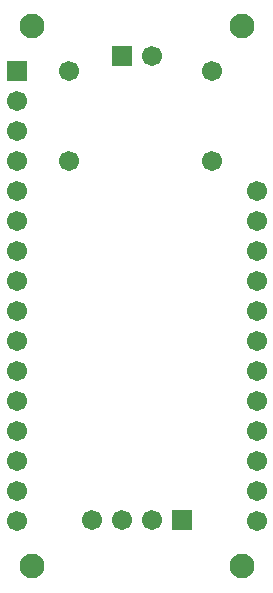
<source format=gbr>
%TF.GenerationSoftware,KiCad,Pcbnew,7.0.9*%
%TF.CreationDate,2023-12-25T10:03:32-05:00*%
%TF.ProjectId,pcb_ac_interface,7063625f-6163-45f6-996e-746572666163,rev?*%
%TF.SameCoordinates,Original*%
%TF.FileFunction,Soldermask,Bot*%
%TF.FilePolarity,Negative*%
%FSLAX46Y46*%
G04 Gerber Fmt 4.6, Leading zero omitted, Abs format (unit mm)*
G04 Created by KiCad (PCBNEW 7.0.9) date 2023-12-25 10:03:32*
%MOMM*%
%LPD*%
G01*
G04 APERTURE LIST*
%ADD10R,1.701800X1.701800*%
%ADD11C,1.701800*%
%ADD12C,2.100000*%
G04 APERTURE END LIST*
D10*
%TO.C,A1*%
X129540000Y-69850000D03*
D11*
X129540000Y-72390000D03*
X129540000Y-74930000D03*
X129540000Y-77470000D03*
X129540000Y-80010000D03*
X129540000Y-82550000D03*
X129540000Y-85090000D03*
X129540000Y-87630000D03*
X129540000Y-90170000D03*
X129540000Y-92710000D03*
X129540000Y-95250000D03*
X129540000Y-97790000D03*
X129540000Y-100330000D03*
X129540000Y-102870000D03*
X129540000Y-105410000D03*
X129540000Y-107950000D03*
X149860000Y-107950000D03*
X149860000Y-105410000D03*
X149860000Y-102870000D03*
X149860000Y-100330000D03*
X149860000Y-97790000D03*
X149860000Y-95250000D03*
X149860000Y-92710000D03*
X149860000Y-90170000D03*
X149860000Y-87630000D03*
X149860000Y-85090000D03*
X149860000Y-82550000D03*
X149860000Y-80010000D03*
%TD*%
D12*
%TO.C,H4*%
X130810000Y-111760000D03*
%TD*%
%TO.C,H3*%
X148590000Y-111760000D03*
%TD*%
%TO.C,H2*%
X148590000Y-66040000D03*
%TD*%
%TO.C,H1*%
X130810000Y-66040000D03*
%TD*%
D10*
%TO.C,U1*%
X143510000Y-107820000D03*
D11*
X140970000Y-107820000D03*
X138430000Y-107820000D03*
X135890000Y-107820000D03*
%TD*%
%TO.C,R2*%
X146050000Y-69850000D03*
X146050000Y-77470000D03*
%TD*%
%TO.C,R1*%
X133985000Y-69850000D03*
X133985000Y-77470000D03*
%TD*%
D10*
%TO.C,D1*%
X138425000Y-68580000D03*
D11*
X140965000Y-68580000D03*
%TD*%
M02*

</source>
